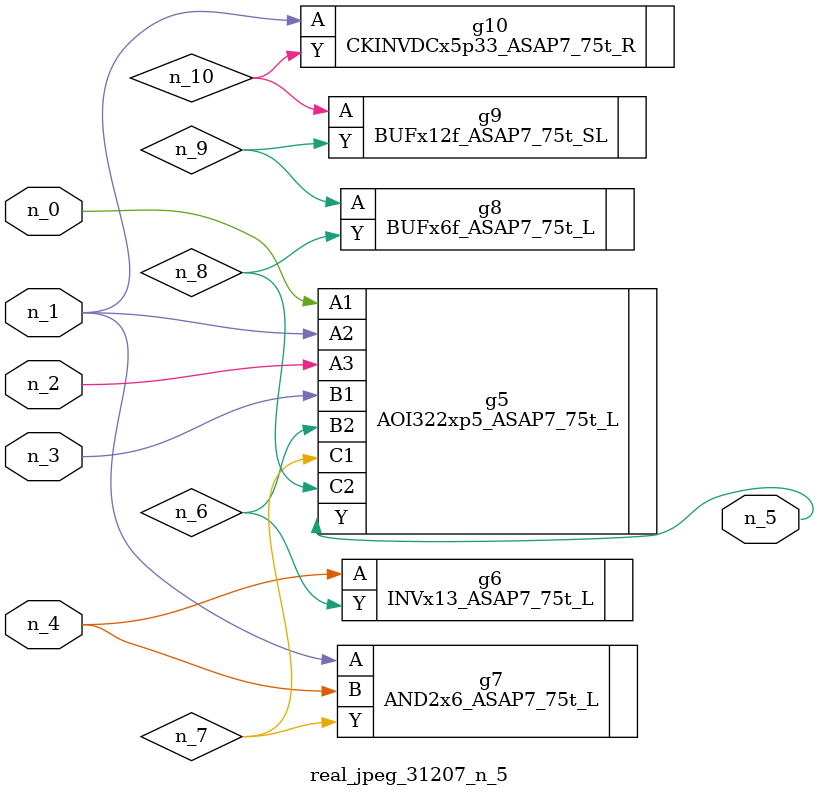
<source format=v>
module real_jpeg_31207_n_5 (n_4, n_0, n_1, n_2, n_3, n_5);

input n_4;
input n_0;
input n_1;
input n_2;
input n_3;

output n_5;

wire n_8;
wire n_6;
wire n_7;
wire n_10;
wire n_9;

AOI322xp5_ASAP7_75t_L g5 ( 
.A1(n_0),
.A2(n_1),
.A3(n_2),
.B1(n_3),
.B2(n_6),
.C1(n_7),
.C2(n_8),
.Y(n_5)
);

AND2x6_ASAP7_75t_L g7 ( 
.A(n_1),
.B(n_4),
.Y(n_7)
);

CKINVDCx5p33_ASAP7_75t_R g10 ( 
.A(n_1),
.Y(n_10)
);

INVx13_ASAP7_75t_L g6 ( 
.A(n_4),
.Y(n_6)
);

BUFx6f_ASAP7_75t_L g8 ( 
.A(n_9),
.Y(n_8)
);

BUFx12f_ASAP7_75t_SL g9 ( 
.A(n_10),
.Y(n_9)
);


endmodule
</source>
